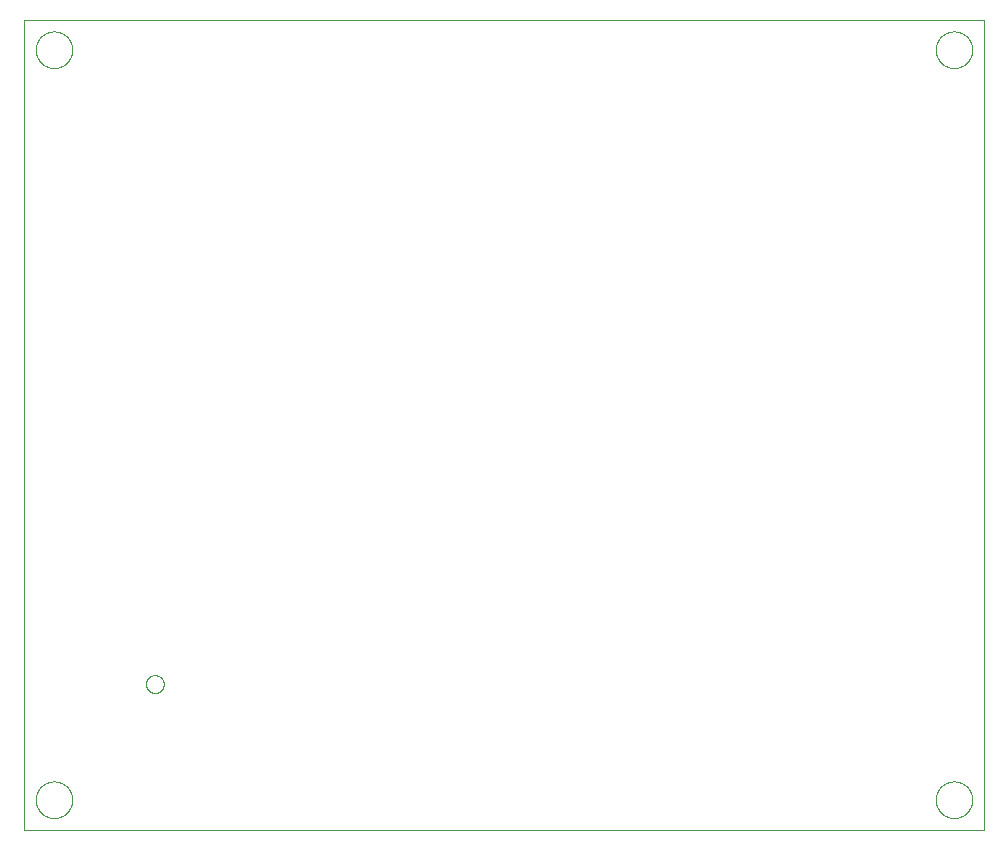
<source format=gtp>
G75*
%MOIN*%
%OFA0B0*%
%FSLAX25Y25*%
%IPPOS*%
%LPD*%
%AMOC8*
5,1,8,0,0,1.08239X$1,22.5*
%
%ADD10C,0.00000*%
D10*
X0001400Y0005000D02*
X0321400Y0005000D01*
X0321400Y0275000D01*
X0001400Y0275000D01*
X0001400Y0005000D01*
X0005298Y0015000D02*
X0005300Y0015156D01*
X0005306Y0015312D01*
X0005316Y0015467D01*
X0005330Y0015622D01*
X0005348Y0015777D01*
X0005370Y0015931D01*
X0005395Y0016085D01*
X0005425Y0016238D01*
X0005459Y0016390D01*
X0005496Y0016542D01*
X0005537Y0016692D01*
X0005582Y0016841D01*
X0005631Y0016989D01*
X0005684Y0017136D01*
X0005740Y0017281D01*
X0005800Y0017425D01*
X0005864Y0017567D01*
X0005932Y0017708D01*
X0006003Y0017846D01*
X0006077Y0017983D01*
X0006155Y0018118D01*
X0006236Y0018251D01*
X0006321Y0018382D01*
X0006409Y0018511D01*
X0006500Y0018637D01*
X0006595Y0018761D01*
X0006692Y0018882D01*
X0006793Y0019001D01*
X0006897Y0019118D01*
X0007003Y0019231D01*
X0007113Y0019342D01*
X0007225Y0019450D01*
X0007340Y0019555D01*
X0007458Y0019658D01*
X0007578Y0019757D01*
X0007701Y0019853D01*
X0007826Y0019946D01*
X0007953Y0020035D01*
X0008083Y0020122D01*
X0008215Y0020205D01*
X0008349Y0020284D01*
X0008485Y0020361D01*
X0008623Y0020433D01*
X0008762Y0020503D01*
X0008904Y0020568D01*
X0009047Y0020630D01*
X0009191Y0020688D01*
X0009337Y0020743D01*
X0009485Y0020794D01*
X0009633Y0020841D01*
X0009783Y0020884D01*
X0009934Y0020923D01*
X0010086Y0020959D01*
X0010238Y0020990D01*
X0010392Y0021018D01*
X0010546Y0021042D01*
X0010700Y0021062D01*
X0010855Y0021078D01*
X0011011Y0021090D01*
X0011166Y0021098D01*
X0011322Y0021102D01*
X0011478Y0021102D01*
X0011634Y0021098D01*
X0011789Y0021090D01*
X0011945Y0021078D01*
X0012100Y0021062D01*
X0012254Y0021042D01*
X0012408Y0021018D01*
X0012562Y0020990D01*
X0012714Y0020959D01*
X0012866Y0020923D01*
X0013017Y0020884D01*
X0013167Y0020841D01*
X0013315Y0020794D01*
X0013463Y0020743D01*
X0013609Y0020688D01*
X0013753Y0020630D01*
X0013896Y0020568D01*
X0014038Y0020503D01*
X0014177Y0020433D01*
X0014315Y0020361D01*
X0014451Y0020284D01*
X0014585Y0020205D01*
X0014717Y0020122D01*
X0014847Y0020035D01*
X0014974Y0019946D01*
X0015099Y0019853D01*
X0015222Y0019757D01*
X0015342Y0019658D01*
X0015460Y0019555D01*
X0015575Y0019450D01*
X0015687Y0019342D01*
X0015797Y0019231D01*
X0015903Y0019118D01*
X0016007Y0019001D01*
X0016108Y0018882D01*
X0016205Y0018761D01*
X0016300Y0018637D01*
X0016391Y0018511D01*
X0016479Y0018382D01*
X0016564Y0018251D01*
X0016645Y0018118D01*
X0016723Y0017983D01*
X0016797Y0017846D01*
X0016868Y0017708D01*
X0016936Y0017567D01*
X0017000Y0017425D01*
X0017060Y0017281D01*
X0017116Y0017136D01*
X0017169Y0016989D01*
X0017218Y0016841D01*
X0017263Y0016692D01*
X0017304Y0016542D01*
X0017341Y0016390D01*
X0017375Y0016238D01*
X0017405Y0016085D01*
X0017430Y0015931D01*
X0017452Y0015777D01*
X0017470Y0015622D01*
X0017484Y0015467D01*
X0017494Y0015312D01*
X0017500Y0015156D01*
X0017502Y0015000D01*
X0017500Y0014844D01*
X0017494Y0014688D01*
X0017484Y0014533D01*
X0017470Y0014378D01*
X0017452Y0014223D01*
X0017430Y0014069D01*
X0017405Y0013915D01*
X0017375Y0013762D01*
X0017341Y0013610D01*
X0017304Y0013458D01*
X0017263Y0013308D01*
X0017218Y0013159D01*
X0017169Y0013011D01*
X0017116Y0012864D01*
X0017060Y0012719D01*
X0017000Y0012575D01*
X0016936Y0012433D01*
X0016868Y0012292D01*
X0016797Y0012154D01*
X0016723Y0012017D01*
X0016645Y0011882D01*
X0016564Y0011749D01*
X0016479Y0011618D01*
X0016391Y0011489D01*
X0016300Y0011363D01*
X0016205Y0011239D01*
X0016108Y0011118D01*
X0016007Y0010999D01*
X0015903Y0010882D01*
X0015797Y0010769D01*
X0015687Y0010658D01*
X0015575Y0010550D01*
X0015460Y0010445D01*
X0015342Y0010342D01*
X0015222Y0010243D01*
X0015099Y0010147D01*
X0014974Y0010054D01*
X0014847Y0009965D01*
X0014717Y0009878D01*
X0014585Y0009795D01*
X0014451Y0009716D01*
X0014315Y0009639D01*
X0014177Y0009567D01*
X0014038Y0009497D01*
X0013896Y0009432D01*
X0013753Y0009370D01*
X0013609Y0009312D01*
X0013463Y0009257D01*
X0013315Y0009206D01*
X0013167Y0009159D01*
X0013017Y0009116D01*
X0012866Y0009077D01*
X0012714Y0009041D01*
X0012562Y0009010D01*
X0012408Y0008982D01*
X0012254Y0008958D01*
X0012100Y0008938D01*
X0011945Y0008922D01*
X0011789Y0008910D01*
X0011634Y0008902D01*
X0011478Y0008898D01*
X0011322Y0008898D01*
X0011166Y0008902D01*
X0011011Y0008910D01*
X0010855Y0008922D01*
X0010700Y0008938D01*
X0010546Y0008958D01*
X0010392Y0008982D01*
X0010238Y0009010D01*
X0010086Y0009041D01*
X0009934Y0009077D01*
X0009783Y0009116D01*
X0009633Y0009159D01*
X0009485Y0009206D01*
X0009337Y0009257D01*
X0009191Y0009312D01*
X0009047Y0009370D01*
X0008904Y0009432D01*
X0008762Y0009497D01*
X0008623Y0009567D01*
X0008485Y0009639D01*
X0008349Y0009716D01*
X0008215Y0009795D01*
X0008083Y0009878D01*
X0007953Y0009965D01*
X0007826Y0010054D01*
X0007701Y0010147D01*
X0007578Y0010243D01*
X0007458Y0010342D01*
X0007340Y0010445D01*
X0007225Y0010550D01*
X0007113Y0010658D01*
X0007003Y0010769D01*
X0006897Y0010882D01*
X0006793Y0010999D01*
X0006692Y0011118D01*
X0006595Y0011239D01*
X0006500Y0011363D01*
X0006409Y0011489D01*
X0006321Y0011618D01*
X0006236Y0011749D01*
X0006155Y0011882D01*
X0006077Y0012017D01*
X0006003Y0012154D01*
X0005932Y0012292D01*
X0005864Y0012433D01*
X0005800Y0012575D01*
X0005740Y0012719D01*
X0005684Y0012864D01*
X0005631Y0013011D01*
X0005582Y0013159D01*
X0005537Y0013308D01*
X0005496Y0013458D01*
X0005459Y0013610D01*
X0005425Y0013762D01*
X0005395Y0013915D01*
X0005370Y0014069D01*
X0005348Y0014223D01*
X0005330Y0014378D01*
X0005316Y0014533D01*
X0005306Y0014688D01*
X0005300Y0014844D01*
X0005298Y0015000D01*
X0042069Y0053563D02*
X0042071Y0053671D01*
X0042077Y0053780D01*
X0042087Y0053888D01*
X0042101Y0053995D01*
X0042119Y0054102D01*
X0042140Y0054209D01*
X0042166Y0054314D01*
X0042196Y0054419D01*
X0042229Y0054522D01*
X0042266Y0054624D01*
X0042307Y0054724D01*
X0042351Y0054823D01*
X0042400Y0054921D01*
X0042451Y0055016D01*
X0042506Y0055109D01*
X0042565Y0055201D01*
X0042627Y0055290D01*
X0042692Y0055377D01*
X0042760Y0055461D01*
X0042831Y0055543D01*
X0042905Y0055622D01*
X0042982Y0055698D01*
X0043062Y0055772D01*
X0043145Y0055842D01*
X0043230Y0055910D01*
X0043317Y0055974D01*
X0043407Y0056035D01*
X0043499Y0056093D01*
X0043593Y0056147D01*
X0043689Y0056198D01*
X0043786Y0056245D01*
X0043886Y0056289D01*
X0043987Y0056329D01*
X0044089Y0056365D01*
X0044192Y0056397D01*
X0044297Y0056426D01*
X0044403Y0056450D01*
X0044509Y0056471D01*
X0044616Y0056488D01*
X0044724Y0056501D01*
X0044832Y0056510D01*
X0044941Y0056515D01*
X0045049Y0056516D01*
X0045158Y0056513D01*
X0045266Y0056506D01*
X0045374Y0056495D01*
X0045481Y0056480D01*
X0045588Y0056461D01*
X0045694Y0056438D01*
X0045799Y0056412D01*
X0045904Y0056381D01*
X0046006Y0056347D01*
X0046108Y0056309D01*
X0046208Y0056267D01*
X0046307Y0056222D01*
X0046404Y0056173D01*
X0046498Y0056120D01*
X0046591Y0056064D01*
X0046682Y0056005D01*
X0046771Y0055942D01*
X0046857Y0055877D01*
X0046941Y0055808D01*
X0047022Y0055736D01*
X0047100Y0055661D01*
X0047176Y0055583D01*
X0047249Y0055502D01*
X0047319Y0055419D01*
X0047385Y0055334D01*
X0047449Y0055246D01*
X0047509Y0055155D01*
X0047566Y0055063D01*
X0047619Y0054968D01*
X0047669Y0054872D01*
X0047715Y0054774D01*
X0047758Y0054674D01*
X0047797Y0054573D01*
X0047832Y0054470D01*
X0047864Y0054367D01*
X0047891Y0054262D01*
X0047915Y0054156D01*
X0047935Y0054049D01*
X0047951Y0053942D01*
X0047963Y0053834D01*
X0047971Y0053726D01*
X0047975Y0053617D01*
X0047975Y0053509D01*
X0047971Y0053400D01*
X0047963Y0053292D01*
X0047951Y0053184D01*
X0047935Y0053077D01*
X0047915Y0052970D01*
X0047891Y0052864D01*
X0047864Y0052759D01*
X0047832Y0052656D01*
X0047797Y0052553D01*
X0047758Y0052452D01*
X0047715Y0052352D01*
X0047669Y0052254D01*
X0047619Y0052158D01*
X0047566Y0052063D01*
X0047509Y0051971D01*
X0047449Y0051880D01*
X0047385Y0051792D01*
X0047319Y0051707D01*
X0047249Y0051624D01*
X0047176Y0051543D01*
X0047100Y0051465D01*
X0047022Y0051390D01*
X0046941Y0051318D01*
X0046857Y0051249D01*
X0046771Y0051184D01*
X0046682Y0051121D01*
X0046591Y0051062D01*
X0046499Y0051006D01*
X0046404Y0050953D01*
X0046307Y0050904D01*
X0046208Y0050859D01*
X0046108Y0050817D01*
X0046006Y0050779D01*
X0045904Y0050745D01*
X0045799Y0050714D01*
X0045694Y0050688D01*
X0045588Y0050665D01*
X0045481Y0050646D01*
X0045374Y0050631D01*
X0045266Y0050620D01*
X0045158Y0050613D01*
X0045049Y0050610D01*
X0044941Y0050611D01*
X0044832Y0050616D01*
X0044724Y0050625D01*
X0044616Y0050638D01*
X0044509Y0050655D01*
X0044403Y0050676D01*
X0044297Y0050700D01*
X0044192Y0050729D01*
X0044089Y0050761D01*
X0043987Y0050797D01*
X0043886Y0050837D01*
X0043786Y0050881D01*
X0043689Y0050928D01*
X0043593Y0050979D01*
X0043499Y0051033D01*
X0043407Y0051091D01*
X0043317Y0051152D01*
X0043230Y0051216D01*
X0043145Y0051284D01*
X0043062Y0051354D01*
X0042982Y0051428D01*
X0042905Y0051504D01*
X0042831Y0051583D01*
X0042760Y0051665D01*
X0042692Y0051749D01*
X0042627Y0051836D01*
X0042565Y0051925D01*
X0042506Y0052017D01*
X0042451Y0052110D01*
X0042400Y0052205D01*
X0042351Y0052303D01*
X0042307Y0052402D01*
X0042266Y0052502D01*
X0042229Y0052604D01*
X0042196Y0052707D01*
X0042166Y0052812D01*
X0042140Y0052917D01*
X0042119Y0053024D01*
X0042101Y0053131D01*
X0042087Y0053238D01*
X0042077Y0053346D01*
X0042071Y0053455D01*
X0042069Y0053563D01*
X0005298Y0265000D02*
X0005300Y0265156D01*
X0005306Y0265312D01*
X0005316Y0265467D01*
X0005330Y0265622D01*
X0005348Y0265777D01*
X0005370Y0265931D01*
X0005395Y0266085D01*
X0005425Y0266238D01*
X0005459Y0266390D01*
X0005496Y0266542D01*
X0005537Y0266692D01*
X0005582Y0266841D01*
X0005631Y0266989D01*
X0005684Y0267136D01*
X0005740Y0267281D01*
X0005800Y0267425D01*
X0005864Y0267567D01*
X0005932Y0267708D01*
X0006003Y0267846D01*
X0006077Y0267983D01*
X0006155Y0268118D01*
X0006236Y0268251D01*
X0006321Y0268382D01*
X0006409Y0268511D01*
X0006500Y0268637D01*
X0006595Y0268761D01*
X0006692Y0268882D01*
X0006793Y0269001D01*
X0006897Y0269118D01*
X0007003Y0269231D01*
X0007113Y0269342D01*
X0007225Y0269450D01*
X0007340Y0269555D01*
X0007458Y0269658D01*
X0007578Y0269757D01*
X0007701Y0269853D01*
X0007826Y0269946D01*
X0007953Y0270035D01*
X0008083Y0270122D01*
X0008215Y0270205D01*
X0008349Y0270284D01*
X0008485Y0270361D01*
X0008623Y0270433D01*
X0008762Y0270503D01*
X0008904Y0270568D01*
X0009047Y0270630D01*
X0009191Y0270688D01*
X0009337Y0270743D01*
X0009485Y0270794D01*
X0009633Y0270841D01*
X0009783Y0270884D01*
X0009934Y0270923D01*
X0010086Y0270959D01*
X0010238Y0270990D01*
X0010392Y0271018D01*
X0010546Y0271042D01*
X0010700Y0271062D01*
X0010855Y0271078D01*
X0011011Y0271090D01*
X0011166Y0271098D01*
X0011322Y0271102D01*
X0011478Y0271102D01*
X0011634Y0271098D01*
X0011789Y0271090D01*
X0011945Y0271078D01*
X0012100Y0271062D01*
X0012254Y0271042D01*
X0012408Y0271018D01*
X0012562Y0270990D01*
X0012714Y0270959D01*
X0012866Y0270923D01*
X0013017Y0270884D01*
X0013167Y0270841D01*
X0013315Y0270794D01*
X0013463Y0270743D01*
X0013609Y0270688D01*
X0013753Y0270630D01*
X0013896Y0270568D01*
X0014038Y0270503D01*
X0014177Y0270433D01*
X0014315Y0270361D01*
X0014451Y0270284D01*
X0014585Y0270205D01*
X0014717Y0270122D01*
X0014847Y0270035D01*
X0014974Y0269946D01*
X0015099Y0269853D01*
X0015222Y0269757D01*
X0015342Y0269658D01*
X0015460Y0269555D01*
X0015575Y0269450D01*
X0015687Y0269342D01*
X0015797Y0269231D01*
X0015903Y0269118D01*
X0016007Y0269001D01*
X0016108Y0268882D01*
X0016205Y0268761D01*
X0016300Y0268637D01*
X0016391Y0268511D01*
X0016479Y0268382D01*
X0016564Y0268251D01*
X0016645Y0268118D01*
X0016723Y0267983D01*
X0016797Y0267846D01*
X0016868Y0267708D01*
X0016936Y0267567D01*
X0017000Y0267425D01*
X0017060Y0267281D01*
X0017116Y0267136D01*
X0017169Y0266989D01*
X0017218Y0266841D01*
X0017263Y0266692D01*
X0017304Y0266542D01*
X0017341Y0266390D01*
X0017375Y0266238D01*
X0017405Y0266085D01*
X0017430Y0265931D01*
X0017452Y0265777D01*
X0017470Y0265622D01*
X0017484Y0265467D01*
X0017494Y0265312D01*
X0017500Y0265156D01*
X0017502Y0265000D01*
X0017500Y0264844D01*
X0017494Y0264688D01*
X0017484Y0264533D01*
X0017470Y0264378D01*
X0017452Y0264223D01*
X0017430Y0264069D01*
X0017405Y0263915D01*
X0017375Y0263762D01*
X0017341Y0263610D01*
X0017304Y0263458D01*
X0017263Y0263308D01*
X0017218Y0263159D01*
X0017169Y0263011D01*
X0017116Y0262864D01*
X0017060Y0262719D01*
X0017000Y0262575D01*
X0016936Y0262433D01*
X0016868Y0262292D01*
X0016797Y0262154D01*
X0016723Y0262017D01*
X0016645Y0261882D01*
X0016564Y0261749D01*
X0016479Y0261618D01*
X0016391Y0261489D01*
X0016300Y0261363D01*
X0016205Y0261239D01*
X0016108Y0261118D01*
X0016007Y0260999D01*
X0015903Y0260882D01*
X0015797Y0260769D01*
X0015687Y0260658D01*
X0015575Y0260550D01*
X0015460Y0260445D01*
X0015342Y0260342D01*
X0015222Y0260243D01*
X0015099Y0260147D01*
X0014974Y0260054D01*
X0014847Y0259965D01*
X0014717Y0259878D01*
X0014585Y0259795D01*
X0014451Y0259716D01*
X0014315Y0259639D01*
X0014177Y0259567D01*
X0014038Y0259497D01*
X0013896Y0259432D01*
X0013753Y0259370D01*
X0013609Y0259312D01*
X0013463Y0259257D01*
X0013315Y0259206D01*
X0013167Y0259159D01*
X0013017Y0259116D01*
X0012866Y0259077D01*
X0012714Y0259041D01*
X0012562Y0259010D01*
X0012408Y0258982D01*
X0012254Y0258958D01*
X0012100Y0258938D01*
X0011945Y0258922D01*
X0011789Y0258910D01*
X0011634Y0258902D01*
X0011478Y0258898D01*
X0011322Y0258898D01*
X0011166Y0258902D01*
X0011011Y0258910D01*
X0010855Y0258922D01*
X0010700Y0258938D01*
X0010546Y0258958D01*
X0010392Y0258982D01*
X0010238Y0259010D01*
X0010086Y0259041D01*
X0009934Y0259077D01*
X0009783Y0259116D01*
X0009633Y0259159D01*
X0009485Y0259206D01*
X0009337Y0259257D01*
X0009191Y0259312D01*
X0009047Y0259370D01*
X0008904Y0259432D01*
X0008762Y0259497D01*
X0008623Y0259567D01*
X0008485Y0259639D01*
X0008349Y0259716D01*
X0008215Y0259795D01*
X0008083Y0259878D01*
X0007953Y0259965D01*
X0007826Y0260054D01*
X0007701Y0260147D01*
X0007578Y0260243D01*
X0007458Y0260342D01*
X0007340Y0260445D01*
X0007225Y0260550D01*
X0007113Y0260658D01*
X0007003Y0260769D01*
X0006897Y0260882D01*
X0006793Y0260999D01*
X0006692Y0261118D01*
X0006595Y0261239D01*
X0006500Y0261363D01*
X0006409Y0261489D01*
X0006321Y0261618D01*
X0006236Y0261749D01*
X0006155Y0261882D01*
X0006077Y0262017D01*
X0006003Y0262154D01*
X0005932Y0262292D01*
X0005864Y0262433D01*
X0005800Y0262575D01*
X0005740Y0262719D01*
X0005684Y0262864D01*
X0005631Y0263011D01*
X0005582Y0263159D01*
X0005537Y0263308D01*
X0005496Y0263458D01*
X0005459Y0263610D01*
X0005425Y0263762D01*
X0005395Y0263915D01*
X0005370Y0264069D01*
X0005348Y0264223D01*
X0005330Y0264378D01*
X0005316Y0264533D01*
X0005306Y0264688D01*
X0005300Y0264844D01*
X0005298Y0265000D01*
X0305298Y0265000D02*
X0305300Y0265156D01*
X0305306Y0265312D01*
X0305316Y0265467D01*
X0305330Y0265622D01*
X0305348Y0265777D01*
X0305370Y0265931D01*
X0305395Y0266085D01*
X0305425Y0266238D01*
X0305459Y0266390D01*
X0305496Y0266542D01*
X0305537Y0266692D01*
X0305582Y0266841D01*
X0305631Y0266989D01*
X0305684Y0267136D01*
X0305740Y0267281D01*
X0305800Y0267425D01*
X0305864Y0267567D01*
X0305932Y0267708D01*
X0306003Y0267846D01*
X0306077Y0267983D01*
X0306155Y0268118D01*
X0306236Y0268251D01*
X0306321Y0268382D01*
X0306409Y0268511D01*
X0306500Y0268637D01*
X0306595Y0268761D01*
X0306692Y0268882D01*
X0306793Y0269001D01*
X0306897Y0269118D01*
X0307003Y0269231D01*
X0307113Y0269342D01*
X0307225Y0269450D01*
X0307340Y0269555D01*
X0307458Y0269658D01*
X0307578Y0269757D01*
X0307701Y0269853D01*
X0307826Y0269946D01*
X0307953Y0270035D01*
X0308083Y0270122D01*
X0308215Y0270205D01*
X0308349Y0270284D01*
X0308485Y0270361D01*
X0308623Y0270433D01*
X0308762Y0270503D01*
X0308904Y0270568D01*
X0309047Y0270630D01*
X0309191Y0270688D01*
X0309337Y0270743D01*
X0309485Y0270794D01*
X0309633Y0270841D01*
X0309783Y0270884D01*
X0309934Y0270923D01*
X0310086Y0270959D01*
X0310238Y0270990D01*
X0310392Y0271018D01*
X0310546Y0271042D01*
X0310700Y0271062D01*
X0310855Y0271078D01*
X0311011Y0271090D01*
X0311166Y0271098D01*
X0311322Y0271102D01*
X0311478Y0271102D01*
X0311634Y0271098D01*
X0311789Y0271090D01*
X0311945Y0271078D01*
X0312100Y0271062D01*
X0312254Y0271042D01*
X0312408Y0271018D01*
X0312562Y0270990D01*
X0312714Y0270959D01*
X0312866Y0270923D01*
X0313017Y0270884D01*
X0313167Y0270841D01*
X0313315Y0270794D01*
X0313463Y0270743D01*
X0313609Y0270688D01*
X0313753Y0270630D01*
X0313896Y0270568D01*
X0314038Y0270503D01*
X0314177Y0270433D01*
X0314315Y0270361D01*
X0314451Y0270284D01*
X0314585Y0270205D01*
X0314717Y0270122D01*
X0314847Y0270035D01*
X0314974Y0269946D01*
X0315099Y0269853D01*
X0315222Y0269757D01*
X0315342Y0269658D01*
X0315460Y0269555D01*
X0315575Y0269450D01*
X0315687Y0269342D01*
X0315797Y0269231D01*
X0315903Y0269118D01*
X0316007Y0269001D01*
X0316108Y0268882D01*
X0316205Y0268761D01*
X0316300Y0268637D01*
X0316391Y0268511D01*
X0316479Y0268382D01*
X0316564Y0268251D01*
X0316645Y0268118D01*
X0316723Y0267983D01*
X0316797Y0267846D01*
X0316868Y0267708D01*
X0316936Y0267567D01*
X0317000Y0267425D01*
X0317060Y0267281D01*
X0317116Y0267136D01*
X0317169Y0266989D01*
X0317218Y0266841D01*
X0317263Y0266692D01*
X0317304Y0266542D01*
X0317341Y0266390D01*
X0317375Y0266238D01*
X0317405Y0266085D01*
X0317430Y0265931D01*
X0317452Y0265777D01*
X0317470Y0265622D01*
X0317484Y0265467D01*
X0317494Y0265312D01*
X0317500Y0265156D01*
X0317502Y0265000D01*
X0317500Y0264844D01*
X0317494Y0264688D01*
X0317484Y0264533D01*
X0317470Y0264378D01*
X0317452Y0264223D01*
X0317430Y0264069D01*
X0317405Y0263915D01*
X0317375Y0263762D01*
X0317341Y0263610D01*
X0317304Y0263458D01*
X0317263Y0263308D01*
X0317218Y0263159D01*
X0317169Y0263011D01*
X0317116Y0262864D01*
X0317060Y0262719D01*
X0317000Y0262575D01*
X0316936Y0262433D01*
X0316868Y0262292D01*
X0316797Y0262154D01*
X0316723Y0262017D01*
X0316645Y0261882D01*
X0316564Y0261749D01*
X0316479Y0261618D01*
X0316391Y0261489D01*
X0316300Y0261363D01*
X0316205Y0261239D01*
X0316108Y0261118D01*
X0316007Y0260999D01*
X0315903Y0260882D01*
X0315797Y0260769D01*
X0315687Y0260658D01*
X0315575Y0260550D01*
X0315460Y0260445D01*
X0315342Y0260342D01*
X0315222Y0260243D01*
X0315099Y0260147D01*
X0314974Y0260054D01*
X0314847Y0259965D01*
X0314717Y0259878D01*
X0314585Y0259795D01*
X0314451Y0259716D01*
X0314315Y0259639D01*
X0314177Y0259567D01*
X0314038Y0259497D01*
X0313896Y0259432D01*
X0313753Y0259370D01*
X0313609Y0259312D01*
X0313463Y0259257D01*
X0313315Y0259206D01*
X0313167Y0259159D01*
X0313017Y0259116D01*
X0312866Y0259077D01*
X0312714Y0259041D01*
X0312562Y0259010D01*
X0312408Y0258982D01*
X0312254Y0258958D01*
X0312100Y0258938D01*
X0311945Y0258922D01*
X0311789Y0258910D01*
X0311634Y0258902D01*
X0311478Y0258898D01*
X0311322Y0258898D01*
X0311166Y0258902D01*
X0311011Y0258910D01*
X0310855Y0258922D01*
X0310700Y0258938D01*
X0310546Y0258958D01*
X0310392Y0258982D01*
X0310238Y0259010D01*
X0310086Y0259041D01*
X0309934Y0259077D01*
X0309783Y0259116D01*
X0309633Y0259159D01*
X0309485Y0259206D01*
X0309337Y0259257D01*
X0309191Y0259312D01*
X0309047Y0259370D01*
X0308904Y0259432D01*
X0308762Y0259497D01*
X0308623Y0259567D01*
X0308485Y0259639D01*
X0308349Y0259716D01*
X0308215Y0259795D01*
X0308083Y0259878D01*
X0307953Y0259965D01*
X0307826Y0260054D01*
X0307701Y0260147D01*
X0307578Y0260243D01*
X0307458Y0260342D01*
X0307340Y0260445D01*
X0307225Y0260550D01*
X0307113Y0260658D01*
X0307003Y0260769D01*
X0306897Y0260882D01*
X0306793Y0260999D01*
X0306692Y0261118D01*
X0306595Y0261239D01*
X0306500Y0261363D01*
X0306409Y0261489D01*
X0306321Y0261618D01*
X0306236Y0261749D01*
X0306155Y0261882D01*
X0306077Y0262017D01*
X0306003Y0262154D01*
X0305932Y0262292D01*
X0305864Y0262433D01*
X0305800Y0262575D01*
X0305740Y0262719D01*
X0305684Y0262864D01*
X0305631Y0263011D01*
X0305582Y0263159D01*
X0305537Y0263308D01*
X0305496Y0263458D01*
X0305459Y0263610D01*
X0305425Y0263762D01*
X0305395Y0263915D01*
X0305370Y0264069D01*
X0305348Y0264223D01*
X0305330Y0264378D01*
X0305316Y0264533D01*
X0305306Y0264688D01*
X0305300Y0264844D01*
X0305298Y0265000D01*
X0305298Y0015000D02*
X0305300Y0015156D01*
X0305306Y0015312D01*
X0305316Y0015467D01*
X0305330Y0015622D01*
X0305348Y0015777D01*
X0305370Y0015931D01*
X0305395Y0016085D01*
X0305425Y0016238D01*
X0305459Y0016390D01*
X0305496Y0016542D01*
X0305537Y0016692D01*
X0305582Y0016841D01*
X0305631Y0016989D01*
X0305684Y0017136D01*
X0305740Y0017281D01*
X0305800Y0017425D01*
X0305864Y0017567D01*
X0305932Y0017708D01*
X0306003Y0017846D01*
X0306077Y0017983D01*
X0306155Y0018118D01*
X0306236Y0018251D01*
X0306321Y0018382D01*
X0306409Y0018511D01*
X0306500Y0018637D01*
X0306595Y0018761D01*
X0306692Y0018882D01*
X0306793Y0019001D01*
X0306897Y0019118D01*
X0307003Y0019231D01*
X0307113Y0019342D01*
X0307225Y0019450D01*
X0307340Y0019555D01*
X0307458Y0019658D01*
X0307578Y0019757D01*
X0307701Y0019853D01*
X0307826Y0019946D01*
X0307953Y0020035D01*
X0308083Y0020122D01*
X0308215Y0020205D01*
X0308349Y0020284D01*
X0308485Y0020361D01*
X0308623Y0020433D01*
X0308762Y0020503D01*
X0308904Y0020568D01*
X0309047Y0020630D01*
X0309191Y0020688D01*
X0309337Y0020743D01*
X0309485Y0020794D01*
X0309633Y0020841D01*
X0309783Y0020884D01*
X0309934Y0020923D01*
X0310086Y0020959D01*
X0310238Y0020990D01*
X0310392Y0021018D01*
X0310546Y0021042D01*
X0310700Y0021062D01*
X0310855Y0021078D01*
X0311011Y0021090D01*
X0311166Y0021098D01*
X0311322Y0021102D01*
X0311478Y0021102D01*
X0311634Y0021098D01*
X0311789Y0021090D01*
X0311945Y0021078D01*
X0312100Y0021062D01*
X0312254Y0021042D01*
X0312408Y0021018D01*
X0312562Y0020990D01*
X0312714Y0020959D01*
X0312866Y0020923D01*
X0313017Y0020884D01*
X0313167Y0020841D01*
X0313315Y0020794D01*
X0313463Y0020743D01*
X0313609Y0020688D01*
X0313753Y0020630D01*
X0313896Y0020568D01*
X0314038Y0020503D01*
X0314177Y0020433D01*
X0314315Y0020361D01*
X0314451Y0020284D01*
X0314585Y0020205D01*
X0314717Y0020122D01*
X0314847Y0020035D01*
X0314974Y0019946D01*
X0315099Y0019853D01*
X0315222Y0019757D01*
X0315342Y0019658D01*
X0315460Y0019555D01*
X0315575Y0019450D01*
X0315687Y0019342D01*
X0315797Y0019231D01*
X0315903Y0019118D01*
X0316007Y0019001D01*
X0316108Y0018882D01*
X0316205Y0018761D01*
X0316300Y0018637D01*
X0316391Y0018511D01*
X0316479Y0018382D01*
X0316564Y0018251D01*
X0316645Y0018118D01*
X0316723Y0017983D01*
X0316797Y0017846D01*
X0316868Y0017708D01*
X0316936Y0017567D01*
X0317000Y0017425D01*
X0317060Y0017281D01*
X0317116Y0017136D01*
X0317169Y0016989D01*
X0317218Y0016841D01*
X0317263Y0016692D01*
X0317304Y0016542D01*
X0317341Y0016390D01*
X0317375Y0016238D01*
X0317405Y0016085D01*
X0317430Y0015931D01*
X0317452Y0015777D01*
X0317470Y0015622D01*
X0317484Y0015467D01*
X0317494Y0015312D01*
X0317500Y0015156D01*
X0317502Y0015000D01*
X0317500Y0014844D01*
X0317494Y0014688D01*
X0317484Y0014533D01*
X0317470Y0014378D01*
X0317452Y0014223D01*
X0317430Y0014069D01*
X0317405Y0013915D01*
X0317375Y0013762D01*
X0317341Y0013610D01*
X0317304Y0013458D01*
X0317263Y0013308D01*
X0317218Y0013159D01*
X0317169Y0013011D01*
X0317116Y0012864D01*
X0317060Y0012719D01*
X0317000Y0012575D01*
X0316936Y0012433D01*
X0316868Y0012292D01*
X0316797Y0012154D01*
X0316723Y0012017D01*
X0316645Y0011882D01*
X0316564Y0011749D01*
X0316479Y0011618D01*
X0316391Y0011489D01*
X0316300Y0011363D01*
X0316205Y0011239D01*
X0316108Y0011118D01*
X0316007Y0010999D01*
X0315903Y0010882D01*
X0315797Y0010769D01*
X0315687Y0010658D01*
X0315575Y0010550D01*
X0315460Y0010445D01*
X0315342Y0010342D01*
X0315222Y0010243D01*
X0315099Y0010147D01*
X0314974Y0010054D01*
X0314847Y0009965D01*
X0314717Y0009878D01*
X0314585Y0009795D01*
X0314451Y0009716D01*
X0314315Y0009639D01*
X0314177Y0009567D01*
X0314038Y0009497D01*
X0313896Y0009432D01*
X0313753Y0009370D01*
X0313609Y0009312D01*
X0313463Y0009257D01*
X0313315Y0009206D01*
X0313167Y0009159D01*
X0313017Y0009116D01*
X0312866Y0009077D01*
X0312714Y0009041D01*
X0312562Y0009010D01*
X0312408Y0008982D01*
X0312254Y0008958D01*
X0312100Y0008938D01*
X0311945Y0008922D01*
X0311789Y0008910D01*
X0311634Y0008902D01*
X0311478Y0008898D01*
X0311322Y0008898D01*
X0311166Y0008902D01*
X0311011Y0008910D01*
X0310855Y0008922D01*
X0310700Y0008938D01*
X0310546Y0008958D01*
X0310392Y0008982D01*
X0310238Y0009010D01*
X0310086Y0009041D01*
X0309934Y0009077D01*
X0309783Y0009116D01*
X0309633Y0009159D01*
X0309485Y0009206D01*
X0309337Y0009257D01*
X0309191Y0009312D01*
X0309047Y0009370D01*
X0308904Y0009432D01*
X0308762Y0009497D01*
X0308623Y0009567D01*
X0308485Y0009639D01*
X0308349Y0009716D01*
X0308215Y0009795D01*
X0308083Y0009878D01*
X0307953Y0009965D01*
X0307826Y0010054D01*
X0307701Y0010147D01*
X0307578Y0010243D01*
X0307458Y0010342D01*
X0307340Y0010445D01*
X0307225Y0010550D01*
X0307113Y0010658D01*
X0307003Y0010769D01*
X0306897Y0010882D01*
X0306793Y0010999D01*
X0306692Y0011118D01*
X0306595Y0011239D01*
X0306500Y0011363D01*
X0306409Y0011489D01*
X0306321Y0011618D01*
X0306236Y0011749D01*
X0306155Y0011882D01*
X0306077Y0012017D01*
X0306003Y0012154D01*
X0305932Y0012292D01*
X0305864Y0012433D01*
X0305800Y0012575D01*
X0305740Y0012719D01*
X0305684Y0012864D01*
X0305631Y0013011D01*
X0305582Y0013159D01*
X0305537Y0013308D01*
X0305496Y0013458D01*
X0305459Y0013610D01*
X0305425Y0013762D01*
X0305395Y0013915D01*
X0305370Y0014069D01*
X0305348Y0014223D01*
X0305330Y0014378D01*
X0305316Y0014533D01*
X0305306Y0014688D01*
X0305300Y0014844D01*
X0305298Y0015000D01*
M02*

</source>
